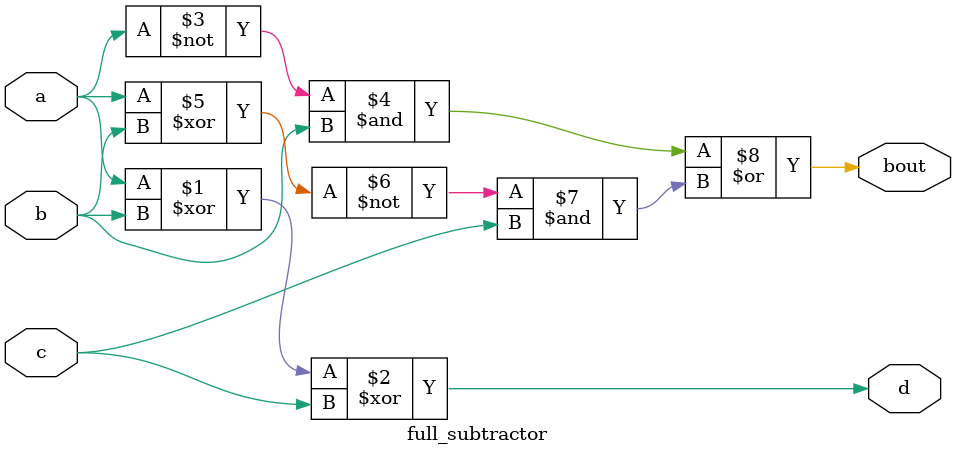
<source format=v>
module full_subtractor(a,b,c,d,bout);
input a,b,c;
output d,bout;
assign d=a^b^c;
assign bout=(~a&b)|(~(a^b)&c);  
endmodule

</source>
